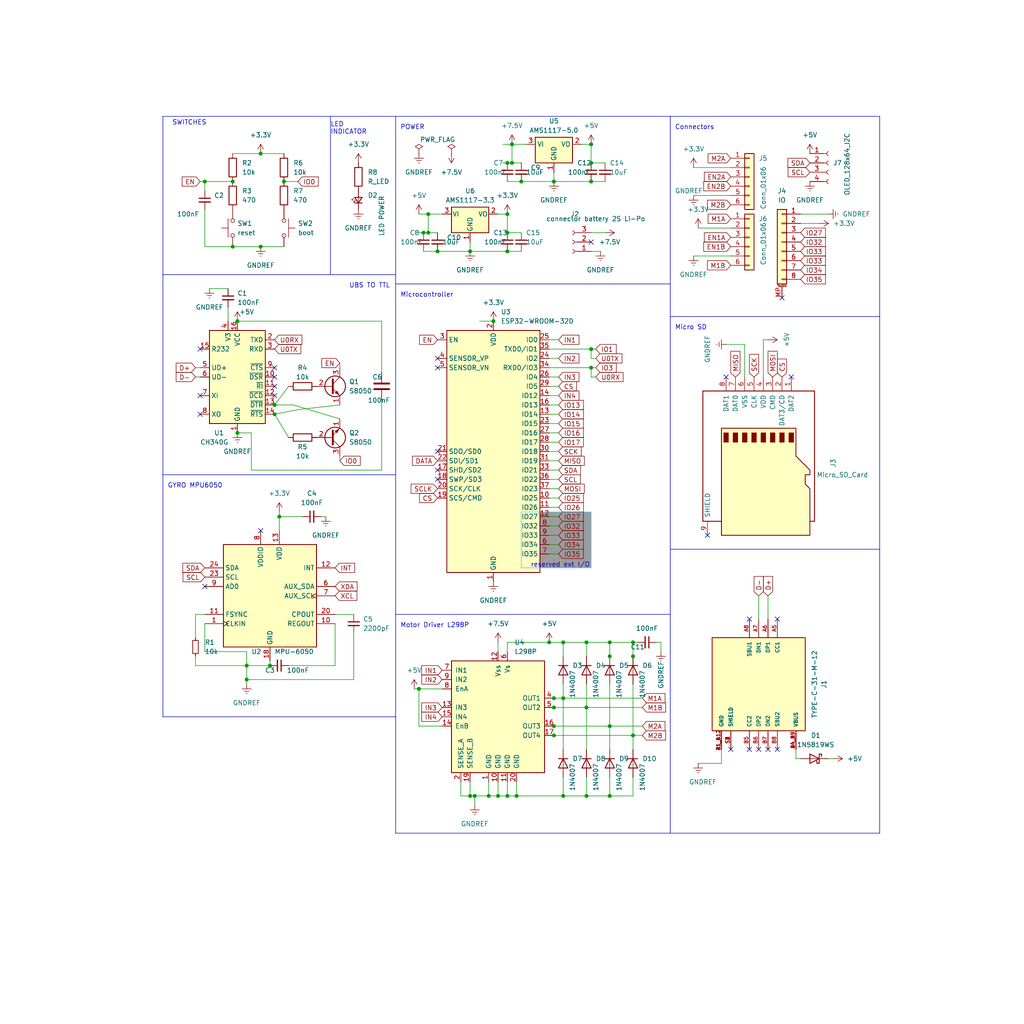
<source format=kicad_sch>
(kicad_sch (version 20230121) (generator eeschema)
  (paper "User" 279.4 279.4)
  (title_block (title "Schematic Masbrobot") (date "2023-05-31") (rev "0.1") (company "TRKB/FTMM/Universitas Airlangga") (comment 1 "Nara Atthama"))
  (junction (at 151.13 198.12))
  (junction (at 151.13 193.04))
  (junction (at 135.89 217.17))
  (junction (at 142.24 49.53))
  (junction (at 139.7 39.37))
  (junction (at 133.35 217.17))
  (junction (at 128.27 217.17))
  (junction (at 67.31 185.42))
  (junction (at 114.3 187.96))
  (junction (at 64.77 87.63))
  (junction (at 160.02 175.26))
  (junction (at 140.97 217.17))
  (junction (at 161.29 44.45))
  (junction (at 71.12 41.91))
  (junction (at 172.72 200.66))
  (junction (at 129.54 217.17))
  (junction (at 151.13 190.5))
  (junction (at 139.7 44.45))
  (junction (at 64.77 118.11))
  (junction (at 166.37 217.17))
  (junction (at 116.84 63.5))
  (junction (at 160.02 193.04))
  (junction (at 116.84 58.42))
  (junction (at 76.2 140.97))
  (junction (at 161.29 95.25))
  (junction (at 74.93 113.03))
  (junction (at 138.43 217.17))
  (junction (at 166.37 179.07))
  (junction (at 74.93 110.49))
  (junction (at 149.86 175.26))
  (junction (at 153.67 217.17))
  (junction (at 138.43 68.58))
  (junction (at 161.29 39.37))
  (junction (at 67.31 181.61))
  (junction (at 153.67 190.5))
  (junction (at 153.67 175.26))
  (junction (at 160.02 217.17))
  (junction (at 172.72 179.07))
  (junction (at 138.43 44.45))
  (junction (at 151.13 49.53))
  (junction (at 134.62 87.63))
  (junction (at 63.5 49.53))
  (junction (at 73.66 181.61))
  (junction (at 138.43 63.5))
  (junction (at 172.72 175.26))
  (junction (at 71.12 67.31))
  (junction (at 166.37 175.26))
  (junction (at 166.37 198.12))
  (junction (at 55.88 49.53))
  (junction (at 161.29 100.33))
  (junction (at 77.47 49.53))
  (junction (at 119.38 68.58))
  (junction (at 151.13 200.66))
  (junction (at 161.29 49.53))
  (junction (at 115.57 63.5))
  (junction (at 138.43 58.42))
  (junction (at 63.5 67.31))
  (junction (at 128.27 68.58))
  (no_connect (at 54.61 113.03))
  (no_connect (at 204.47 168.91))
  (no_connect (at 212.09 204.47))
  (no_connect (at 54.61 107.95))
  (no_connect (at 212.09 168.91))
  (no_connect (at 55.88 160.02))
  (no_connect (at 198.12 102.87))
  (no_connect (at 161.29 66.04))
  (no_connect (at 207.01 204.47))
  (no_connect (at 204.47 204.47))
  (no_connect (at 215.9 102.87))
  (no_connect (at 54.61 95.25))
  (no_connect (at 71.12 144.78))
  (no_connect (at 74.93 107.95))
  (no_connect (at 199.39 204.47))
  (no_connect (at 74.93 100.33))
  (no_connect (at 74.93 102.87))
  (no_connect (at 119.38 130.81))
  (no_connect (at 193.04 146.05))
  (no_connect (at 119.38 123.19))
  (no_connect (at 74.93 105.41))
  (no_connect (at 119.38 128.27))
  (no_connect (at 119.38 97.79))
  (no_connect (at 213.36 81.28))
  (no_connect (at 209.55 204.47))
  (no_connect (at 119.38 100.33))
  (wire (pts (xy 161.29 63.5) (xy 165.1 63.5)))
  (wire (pts (xy 55.88 170.18) (xy 55.88 177.8)))
  (wire (pts (xy 80.01 110.49) (xy 92.71 114.3)))
  (wire (pts (xy 54.61 49.53) (xy 55.88 49.53)))
  (wire (pts (xy 148.59 200.66) (xy 151.13 200.66)))
  (polyline (pts (xy 107.95 77.47) (xy 182.88 77.47)))
  (wire (pts (xy 114.3 63.5) (xy 115.57 63.5)))
  (wire (pts (xy 76.2 140.97) (xy 82.55 140.97)))
  (wire (pts (xy 81.28 111.76) (xy 92.71 110.49)))
  (polyline (pts (xy 44.45 74.93) (xy 44.45 129.54)))
  (wire (pts (xy 57.15 78.74) (xy 62.23 78.74)))
  (wire (pts (xy 161.29 100.33) (xy 162.56 100.33)))
  (polyline (pts (xy 240.03 149.86) (xy 182.88 149.86)))
  (wire (pts (xy 149.86 128.27) (xy 152.4 128.27)))
  (wire (pts (xy 161.29 49.53) (xy 151.13 49.53)))
  (wire (pts (xy 78.74 181.61) (xy 91.44 181.61)))
  (wire (pts (xy 149.86 123.19) (xy 152.4 123.19)))
  (wire (pts (xy 73.66 181.61) (xy 73.66 180.34)))
  (wire (pts (xy 175.26 198.12) (xy 166.37 198.12)))
  (wire (pts (xy 140.97 217.17) (xy 153.67 217.17)))
  (wire (pts (xy 153.67 190.5) (xy 153.67 204.47)))
  (wire (pts (xy 160.02 217.17) (xy 166.37 217.17)))
  (wire (pts (xy 133.35 217.17) (xy 129.54 217.17)))
  (wire (pts (xy 68.58 118.11) (xy 64.77 118.11)))
  (wire (pts (xy 92.71 99.06) (xy 92.71 100.33)))
  (wire (pts (xy 55.88 57.15) (xy 55.88 67.31)))
  (wire (pts (xy 149.86 115.57) (xy 152.4 115.57)))
  (wire (pts (xy 149.86 113.03) (xy 152.4 113.03)))
  (wire (pts (xy 209.55 162.56) (xy 209.55 168.91)))
  (wire (pts (xy 149.86 100.33) (xy 161.29 100.33)))
  (wire (pts (xy 104.14 87.63) (xy 104.14 101.6)))
  (polyline (pts (xy 182.88 167.64) (xy 182.88 77.47)))
  (polyline (pts (xy 240.03 86.36) (xy 182.88 86.36)))
  (wire (pts (xy 135.89 213.36) (xy 135.89 217.17)))
  (wire (pts (xy 153.67 175.26) (xy 149.86 175.26)))
  (wire (pts (xy 125.73 217.17) (xy 128.27 217.17)))
  (wire (pts (xy 149.86 140.97) (xy 152.4 140.97)))
  (wire (pts (xy 172.72 200.66) (xy 172.72 204.47)))
  (wire (pts (xy 153.67 175.26) (xy 153.67 179.07)))
  (wire (pts (xy 196.85 208.28) (xy 196.85 204.47)))
  (wire (pts (xy 153.67 186.69) (xy 153.67 190.5)))
  (polyline (pts (xy 182.88 31.75) (xy 240.03 31.75)))
  (wire (pts (xy 139.7 44.45) (xy 142.24 44.45)))
  (wire (pts (xy 149.86 143.51) (xy 152.4 143.51)))
  (wire (pts (xy 63.5 41.91) (xy 71.12 41.91)))
  (wire (pts (xy 190.5 208.28) (xy 196.85 208.28)))
  (wire (pts (xy 92.71 125.73) (xy 92.71 124.46)))
  (wire (pts (xy 135.89 58.42) (xy 138.43 58.42)))
  (wire (pts (xy 149.86 151.13) (xy 152.4 151.13)))
  (wire (pts (xy 138.43 49.53) (xy 142.24 49.53)))
  (wire (pts (xy 133.35 213.36) (xy 133.35 217.17)))
  (wire (pts (xy 128.27 66.04) (xy 128.27 68.58)))
  (wire (pts (xy 114.3 58.42) (xy 116.84 58.42)))
  (wire (pts (xy 199.39 45.72) (xy 189.23 45.72)))
  (wire (pts (xy 139.7 39.37) (xy 143.51 39.37)))
  (wire (pts (xy 54.61 100.33) (xy 53.34 100.33)))
  (wire (pts (xy 161.29 95.25) (xy 162.56 95.25)))
  (wire (pts (xy 63.5 67.31) (xy 71.12 67.31)))
  (wire (pts (xy 71.12 67.31) (xy 77.47 67.31)))
  (polyline (pts (xy 182.88 77.47) (xy 182.88 31.75)))
  (wire (pts (xy 203.2 93.98) (xy 198.12 93.98)))
  (wire (pts (xy 128.27 213.36) (xy 128.27 217.17)))
  (wire (pts (xy 96.52 172.72) (xy 96.52 185.42)))
  (wire (pts (xy 53.34 181.61) (xy 67.31 181.61)))
  (wire (pts (xy 172.72 212.09) (xy 172.72 217.17)))
  (wire (pts (xy 149.86 130.81) (xy 152.4 130.81)))
  (wire (pts (xy 114.3 187.96) (xy 120.65 187.96)))
  (wire (pts (xy 149.86 92.71) (xy 152.4 92.71)))
  (polyline (pts (xy 107.95 74.93) (xy 107.95 74.93)))
  (wire (pts (xy 175.26 193.04) (xy 160.02 193.04)))
  (polyline (pts (xy 107.95 129.54) (xy 107.95 74.93)))
  (polyline (pts (xy 44.45 31.75) (xy 44.45 74.93)))
  (wire (pts (xy 149.86 135.89) (xy 152.4 135.89)))
  (wire (pts (xy 160.02 193.04) (xy 160.02 204.47)))
  (wire (pts (xy 68.58 128.27) (xy 68.58 118.11)))
  (wire (pts (xy 137.16 39.37) (xy 139.7 39.37)))
  (wire (pts (xy 203.2 102.87) (xy 203.2 93.98)))
  (wire (pts (xy 151.13 46.99) (xy 151.13 49.53)))
  (wire (pts (xy 166.37 180.34) (xy 166.37 179.07)))
  (polyline (pts (xy 90.17 31.75) (xy 90.17 74.93)))
  (wire (pts (xy 76.2 140.97) (xy 76.2 144.78)))
  (wire (pts (xy 62.23 83.82) (xy 62.23 87.63)))
  (wire (pts (xy 54.61 102.87) (xy 53.34 102.87)))
  (wire (pts (xy 162.56 102.87) (xy 161.29 102.87)))
  (wire (pts (xy 53.34 179.07) (xy 53.34 181.61)))
  (wire (pts (xy 128.27 217.17) (xy 129.54 217.17)))
  (wire (pts (xy 116.84 63.5) (xy 119.38 63.5)))
  (wire (pts (xy 175.26 190.5) (xy 153.67 190.5)))
  (wire (pts (xy 161.29 49.53) (xy 165.1 49.53)))
  (polyline (pts (xy 44.45 74.93) (xy 44.45 74.93)))
  (wire (pts (xy 138.43 63.5) (xy 142.24 63.5)))
  (wire (pts (xy 172.72 200.66) (xy 175.26 200.66)))
  (wire (pts (xy 139.7 39.37) (xy 139.7 44.45)))
  (wire (pts (xy 138.43 68.58) (xy 128.27 68.58)))
  (wire (pts (xy 151.13 190.5) (xy 153.67 190.5)))
  (wire (pts (xy 160.02 186.69) (xy 160.02 193.04)))
  (wire (pts (xy 55.88 49.53) (xy 63.5 49.53)))
  (polyline (pts (xy 182.88 227.33) (xy 240.03 227.33)))
  (wire (pts (xy 115.57 63.5) (xy 116.84 63.5)))
  (wire (pts (xy 53.34 173.99) (xy 53.34 167.64)))
  (wire (pts (xy 149.86 97.79) (xy 152.4 97.79)))
  (wire (pts (xy 55.88 49.53) (xy 55.88 52.07)))
  (wire (pts (xy 189.23 53.34) (xy 199.39 53.34)))
  (polyline (pts (xy 44.45 129.54) (xy 107.95 129.54)))
  (wire (pts (xy 149.86 118.11) (xy 152.4 118.11)))
  (wire (pts (xy 172.72 180.34) (xy 172.72 179.07)))
  (wire (pts (xy 180.34 175.26) (xy 180.34 177.8)))
  (wire (pts (xy 217.17 204.47) (xy 217.17 207.01)))
  (wire (pts (xy 161.29 39.37) (xy 161.29 44.45)))
  (wire (pts (xy 172.72 175.26) (xy 173.99 175.26)))
  (wire (pts (xy 218.44 60.96) (xy 223.52 60.96)))
  (wire (pts (xy 86.36 105.41) (xy 85.09 105.41)))
  (polyline (pts (xy 240.03 86.36) (xy 240.03 149.86)))
  (polyline (pts (xy 240.03 31.75) (xy 240.03 86.36)))
  (wire (pts (xy 149.86 107.95) (xy 152.4 107.95)))
  (wire (pts (xy 64.77 87.63) (xy 104.14 87.63)))
  (wire (pts (xy 149.86 138.43) (xy 152.4 138.43)))
  (wire (pts (xy 114.3 198.12) (xy 114.3 187.96)))
  (wire (pts (xy 160.02 175.26) (xy 153.67 175.26)))
  (wire (pts (xy 78.74 119.38) (xy 74.93 113.03)))
  (wire (pts (xy 208.28 92.71) (xy 209.55 92.71)))
  (wire (pts (xy 78.74 105.41) (xy 74.93 110.49)))
  (wire (pts (xy 71.12 41.91) (xy 77.47 41.91)))
  (wire (pts (xy 116.84 58.42) (xy 116.84 63.5)))
  (wire (pts (xy 138.43 175.26) (xy 138.43 177.8)))
  (polyline (pts (xy 107.95 195.58) (xy 107.95 227.33)))
  (wire (pts (xy 172.72 175.26) (xy 166.37 175.26)))
  (wire (pts (xy 166.37 175.26) (xy 160.02 175.26)))
  (polyline (pts (xy 44.45 129.54) (xy 44.45 195.58)))
  (wire (pts (xy 53.34 167.64) (xy 55.88 167.64)))
  (wire (pts (xy 91.44 181.61) (xy 91.44 170.18)))
  (wire (pts (xy 160.02 175.26) (xy 160.02 179.07)))
  (wire (pts (xy 160.02 212.09) (xy 160.02 217.17)))
  (wire (pts (xy 96.52 185.42) (xy 67.31 185.42)))
  (wire (pts (xy 151.13 200.66) (xy 172.72 200.66)))
  (wire (pts (xy 138.43 213.36) (xy 138.43 217.17)))
  (wire (pts (xy 151.13 198.12) (xy 166.37 198.12)))
  (wire (pts (xy 140.97 213.36) (xy 140.97 217.17)))
  (wire (pts (xy 138.43 68.58) (xy 142.24 68.58)))
  (wire (pts (xy 166.37 198.12) (xy 166.37 204.47)))
  (wire (pts (xy 135.89 175.26) (xy 135.89 177.8)))
  (wire (pts (xy 104.14 109.22) (xy 104.14 128.27)))
  (wire (pts (xy 74.93 110.49) (xy 80.01 110.49)))
  (wire (pts (xy 161.29 44.45) (xy 165.1 44.45)))
  (wire (pts (xy 138.43 58.42) (xy 138.43 63.5)))
  (wire (pts (xy 149.86 102.87) (xy 152.4 102.87)))
  (polyline (pts (xy 182.88 31.75) (xy 107.95 31.75)))
  (wire (pts (xy 135.89 217.17) (xy 133.35 217.17)))
  (wire (pts (xy 149.86 125.73) (xy 152.4 125.73)))
  (wire (pts (xy 113.03 187.96) (xy 114.3 187.96)))
  (wire (pts (xy 153.67 217.17) (xy 160.02 217.17)))
  (wire (pts (xy 148.59 193.04) (xy 151.13 193.04)))
  (wire (pts (xy 148.59 198.12) (xy 151.13 198.12)))
  (wire (pts (xy 130.81 87.63) (xy 134.62 87.63)))
  (polyline (pts (xy 182.88 227.33) (xy 182.88 167.64)))
  (wire (pts (xy 138.43 217.17) (xy 140.97 217.17)))
  (wire (pts (xy 162.56 97.79) (xy 161.29 97.79)))
  (wire (pts (xy 158.75 39.37) (xy 161.29 39.37)))
  (wire (pts (xy 67.31 181.61) (xy 67.31 185.42)))
  (wire (pts (xy 190.5 62.23) (xy 199.39 62.23)))
  (wire (pts (xy 207.01 162.56) (xy 207.01 168.91)))
  (polyline (pts (xy 107.95 227.33) (xy 182.88 227.33)))
  (wire (pts (xy 67.31 185.42) (xy 67.31 186.69)))
  (wire (pts (xy 88.9 140.97) (xy 87.63 140.97)))
  (wire (pts (xy 55.88 67.31) (xy 63.5 67.31)))
  (wire (pts (xy 226.06 58.42) (xy 218.44 58.42)))
  (wire (pts (xy 149.86 105.41) (xy 152.4 105.41)))
  (wire (pts (xy 76.2 139.7) (xy 76.2 140.97)))
  (wire (pts (xy 151.13 193.04) (xy 160.02 193.04)))
  (wire (pts (xy 153.67 212.09) (xy 153.67 217.17)))
  (wire (pts (xy 77.47 49.53) (xy 81.28 49.53)))
  (wire (pts (xy 91.44 167.64) (xy 96.52 167.64)))
  (wire (pts (xy 138.43 44.45) (xy 139.7 44.45)))
  (wire (pts (xy 179.07 175.26) (xy 180.34 175.26)))
  (wire (pts (xy 149.86 95.25) (xy 161.29 95.25)))
  (wire (pts (xy 149.86 146.05) (xy 152.4 146.05)))
  (wire (pts (xy 149.86 148.59) (xy 152.4 148.59)))
  (wire (pts (xy 67.31 177.8) (xy 67.31 181.61)))
  (wire (pts (xy 125.73 217.17) (xy 125.73 213.36)))
  (wire (pts (xy 172.72 179.07) (xy 172.72 175.26)))
  (wire (pts (xy 149.86 110.49) (xy 152.4 110.49)))
  (wire (pts (xy 138.43 175.26) (xy 149.86 175.26)))
  (wire (pts (xy 115.57 68.58) (xy 119.38 68.58)))
  (wire (pts (xy 166.37 175.26) (xy 166.37 179.07)))
  (wire (pts (xy 138.43 217.17) (xy 135.89 217.17)))
  (wire (pts (xy 149.86 133.35) (xy 152.4 133.35)))
  (wire (pts (xy 67.31 181.61) (xy 73.66 181.61)))
  (wire (pts (xy 148.59 190.5) (xy 151.13 190.5)))
  (wire (pts (xy 149.86 120.65) (xy 152.4 120.65)))
  (polyline (pts (xy 44.45 74.93) (xy 107.95 74.93)))
  (wire (pts (xy 166.37 217.17) (xy 172.72 217.17)))
  (wire (pts (xy 172.72 186.69) (xy 172.72 200.66)))
  (wire (pts (xy 161.29 68.58) (xy 163.83 68.58)))
  (polyline (pts (xy 44.45 31.75) (xy 107.95 31.75)))
  (polyline (pts (xy 240.03 227.33) (xy 240.03 149.86)))
  (wire (pts (xy 55.88 177.8) (xy 67.31 177.8)))
  (wire (pts (xy 142.24 49.53) (xy 151.13 49.53)))
  (wire (pts (xy 166.37 186.69) (xy 166.37 198.12)))
  (wire (pts (xy 189.23 69.85) (xy 199.39 69.85)))
  (wire (pts (xy 129.54 219.71) (xy 129.54 217.17)))
  (wire (pts (xy 166.37 212.09) (xy 166.37 217.17)))
  (polyline (pts (xy 107.95 167.64) (xy 182.88 167.64)))
  (wire (pts (xy 217.17 207.01) (xy 218.44 207.01)))
  (wire (pts (xy 119.38 68.58) (xy 128.27 68.58)))
  (polyline (pts (xy 107.95 195.58) (xy 107.95 129.54)))
  (polyline (pts (xy 44.45 195.58) (xy 107.95 195.58)))
  (wire (pts (xy 116.84 58.42) (xy 120.65 58.42)))
  (wire (pts (xy 114.3 198.12) (xy 120.65 198.12)))
  (wire (pts (xy 104.14 128.27) (xy 68.58 128.27)))
  (wire (pts (xy 81.28 111.76) (xy 74.93 113.03)))
  (polyline (pts (xy 107.95 74.93) (xy 107.95 31.75)))
  (wire (pts (xy 161.29 100.33) (xy 161.29 102.87)))
  (wire (pts (xy 137.16 44.45) (xy 138.43 44.45)))
  (wire (pts (xy 161.29 97.79) (xy 161.29 95.25)))
  (wire (pts (xy 208.28 102.87) (xy 208.28 92.71)))
  (wire (pts (xy 86.36 119.38) (xy 85.09 119.38)))
  (wire (pts (xy 226.06 207.01) (xy 227.33 207.01)))
  (rectangle (start 142.24 139.7) (end 161.29 154.94) (stroke (width 0) (color 66 197 255 0.59)) (fill (type color) (color 91 91 91 0.6)))
  (text "POWER\n" (at 109.22 35.56 0) (effects (font (size 1.27 1.27)) (justify left bottom)))
  (text "Connectors\n" (at 184.15 35.56 0) (effects (font (size 1.27 1.27)) (justify left bottom)))
  (text "Microcontroller\n" (at 109.22 81.28 0) (effects (font (size 1.27 1.27)) (justify left bottom)))
  (text "GYRO MPU6050\n" (at 45.72 133.35 0) (effects (font (size 1.27 1.27)) (justify left bottom)))
  (text "LED \nINDICATOR\n" (at 90.17 36.83 0) (effects (font (size 1.27 1.27)) (justify left bottom)))
  (text "reserved ext I/O" (at 144.78 154.94 0) (effects (font (size 1.27 1.27)) (justify left bottom)))
  (text "Micro SD" (at 184.15 90.17 0) (effects (font (size 1.27 1.27)) (justify left bottom)))
  (text "Motor Driver L298P\n" (at 109.22 171.45 0) (effects (font (size 1.27 1.27)) (justify left bottom)))
  (text "UBS TO TTL" (at 95.25 78.74 0) (effects (font (size 1.27 1.27)) (justify left bottom)))
  (text "SWITCHES" (at 46.99 34.29 0) (effects (font (size 1.27 1.27)) (justify left bottom)))
  (global_label "IO15" (shape input) (at 152.4 115.57 0) (property "Intersheetrefs" "${INTERSHEET_REFS}" (effects hide)))
  (global_label "IO33" (shape input) (at 218.44 71.12 0) (property "Intersheetrefs" "${INTERSHEET_REFS}" (effects hide)))
  (global_label "IO33" (shape input) (at 218.44 68.58 0) (property "Intersheetrefs" "${INTERSHEET_REFS}" (effects hide)))
  (global_label "IO26" (shape input) (at 152.4 138.43 0) (property "Intersheetrefs" "${INTERSHEET_REFS}" (effects hide)))
  (global_label "U0TX" (shape input) (at 162.56 97.79 0) (property "Intersheetrefs" "${INTERSHEET_REFS}" (effects hide)))
  (global_label "IO25" (shape input) (at 152.4 135.89 0) (property "Intersheetrefs" "${INTERSHEET_REFS}" (effects hide)))
  (global_label "IO1" (shape input) (at 162.56 95.25 0) (property "Intersheetrefs" "${INTERSHEET_REFS}" (effects hide)))
  (global_label "EN1B" (shape input) (at 199.39 67.31 180) (property "Intersheetrefs" "${INTERSHEET_REFS}" (effects hide)))
  (global_label "MISO" (shape input) (at 152.4 125.73 0) (property "Intersheetrefs" "${INTERSHEET_REFS}" (effects hide)))
  (global_label "MOSI" (shape input) (at 210.82 102.87 90) (property "Intersheetrefs" "${INTERSHEET_REFS}" (effects hide)))
  (global_label "SCL" (shape input) (at 220.98 46.99 180) (property "Intersheetrefs" "${INTERSHEET_REFS}" (effects hide)))
  (global_label "IO27" (shape input) (at 152.4 140.97 0) (property "Intersheetrefs" "${INTERSHEET_REFS}" (effects hide)))
  (global_label "D-" (shape input) (at 207.01 162.56 90) (property "Intersheetrefs" "${INTERSHEET_REFS}" (effects hide)))
  (global_label "M2A" (shape input) (at 199.39 43.18 180) (property "Intersheetrefs" "${INTERSHEET_REFS}" (effects hide)))
  (global_label "U0RX" (shape input) (at 162.56 102.87 0) (property "Intersheetrefs" "${INTERSHEET_REFS}" (effects hide)))
  (global_label "IN1" (shape input) (at 152.4 92.71 0) (property "Intersheetrefs" "${INTERSHEET_REFS}" (effects hide)))
  (global_label "M2A" (shape input) (at 175.26 198.12 0) (property "Intersheetrefs" "${INTERSHEET_REFS}" (effects hide)))
  (global_label "IO35" (shape input) (at 218.44 76.2 0) (property "Intersheetrefs" "${INTERSHEET_REFS}" (effects hide)))
  (global_label "IO17" (shape input) (at 152.4 120.65 0) (property "Intersheetrefs" "${INTERSHEET_REFS}" (effects hide)))
  (global_label "D+" (shape input) (at 53.34 100.33 180) (property "Intersheetrefs" "${INTERSHEET_REFS}" (effects hide)))
  (global_label "M1A" (shape input) (at 199.39 59.69 180) (property "Intersheetrefs" "${INTERSHEET_REFS}" (effects hide)))
  (global_label "IN2" (shape input) (at 120.65 185.42 180) (property "Intersheetrefs" "${INTERSHEET_REFS}" (effects hide)))
  (global_label "U0RX" (shape input) (at 74.93 92.71 0) (property "Intersheetrefs" "${INTERSHEET_REFS}" (effects hide)))
  (global_label "SDA" (shape input) (at 152.4 128.27 0) (property "Intersheetrefs" "${INTERSHEET_REFS}" (effects hide)))
  (global_label "SCK" (shape input) (at 205.74 102.87 90) (property "Intersheetrefs" "${INTERSHEET_REFS}" (effects hide)))
  (global_label "IO35" (shape input) (at 152.4 151.13 0) (property "Intersheetrefs" "${INTERSHEET_REFS}" (effects hide)))
  (global_label "IO3" (shape input) (at 162.56 100.33 0) (property "Intersheetrefs" "${INTERSHEET_REFS}" (effects hide)))
  (global_label "SCLK" (shape input) (at 119.38 133.35 180) (property "Intersheetrefs" "${INTERSHEET_REFS}" (effects hide)))
  (global_label "EN" (shape input) (at 92.71 99.06 180) (property "Intersheetrefs" "${INTERSHEET_REFS}" (effects hide)))
  (global_label "IO32" (shape input) (at 218.44 66.04 0) (property "Intersheetrefs" "${INTERSHEET_REFS}" (effects hide)))
  (global_label "CS" (shape input) (at 213.36 102.87 90) (property "Intersheetrefs" "${INTERSHEET_REFS}" (effects hide)))
  (global_label "SCL" (shape input) (at 152.4 130.81 0) (property "Intersheetrefs" "${INTERSHEET_REFS}" (effects hide)))
  (global_label "IO33" (shape input) (at 152.4 146.05 0) (property "Intersheetrefs" "${INTERSHEET_REFS}" (effects hide)))
  (global_label "IO0" (shape input) (at 81.28 49.53 0) (property "Intersheetrefs" "${INTERSHEET_REFS}" (effects hide)))
  (global_label "D+" (shape input) (at 209.55 162.56 90) (property "Intersheetrefs" "${INTERSHEET_REFS}" (effects hide)))
  (global_label "IO27" (shape input) (at 218.44 63.5 0) (property "Intersheetrefs" "${INTERSHEET_REFS}" (effects hide)))
  (global_label "IO32" (shape input) (at 152.4 143.51 0) (property "Intersheetrefs" "${INTERSHEET_REFS}" (effects hide)))
  (global_label "XCL" (shape input) (at 91.44 162.56 0) (property "Intersheetrefs" "${INTERSHEET_REFS}" (effects hide)))
  (global_label "M1B" (shape input) (at 175.26 193.04 0) (property "Intersheetrefs" "${INTERSHEET_REFS}" (effects hide)))
  (global_label "M1A" (shape input) (at 175.26 190.5 0) (property "Intersheetrefs" "${INTERSHEET_REFS}" (effects hide)))
  (global_label "IN1" (shape input) (at 120.65 182.88 180) (property "Intersheetrefs" "${INTERSHEET_REFS}" (effects hide)))
  (global_label "D-" (shape input) (at 53.34 102.87 180) (property "Intersheetrefs" "${INTERSHEET_REFS}" (effects hide)))
  (global_label "EN1A" (shape input) (at 199.39 64.77 180) (property "Intersheetrefs" "${INTERSHEET_REFS}" (effects hide)))
  (global_label "XDA" (shape input) (at 91.44 160.02 0) (property "Intersheetrefs" "${INTERSHEET_REFS}" (effects hide)))
  (global_label "IO34" (shape input) (at 218.44 73.66 0) (property "Intersheetrefs" "${INTERSHEET_REFS}" (effects hide)))
  (global_label "SDA" (shape input) (at 55.88 154.94 180) (property "Intersheetrefs" "${INTERSHEET_REFS}" (effects hide)))
  (global_label "U0TX" (shape input) (at 74.93 95.25 0) (property "Intersheetrefs" "${INTERSHEET_REFS}" (effects hide)))
  (global_label "M1B" (shape input) (at 199.39 72.39 180) (property "Intersheetrefs" "${INTERSHEET_REFS}" (effects hide)))
  (global_label "IN3" (shape input) (at 120.65 193.04 180) (property "Intersheetrefs" "${INTERSHEET_REFS}" (effects hide)))
  (global_label "M2B" (shape input) (at 199.39 55.88 180) (property "Intersheetrefs" "${INTERSHEET_REFS}" (effects hide)))
  (global_label "M2B" (shape input) (at 175.26 200.66 0) (property "Intersheetrefs" "${INTERSHEET_REFS}" (effects hide)))
  (global_label "MOSI" (shape input) (at 152.4 133.35 0) (property "Intersheetrefs" "${INTERSHEET_REFS}" (effects hide)))
  (global_label "CS" (shape input) (at 119.38 135.89 180) (property "Intersheetrefs" "${INTERSHEET_REFS}" (effects hide)))
  (global_label "IO13" (shape input) (at 152.4 110.49 0) (property "Intersheetrefs" "${INTERSHEET_REFS}" (effects hide)))
  (global_label "IO16" (shape input) (at 152.4 118.11 0) (property "Intersheetrefs" "${INTERSHEET_REFS}" (effects hide)))
  (global_label "CS" (shape input) (at 152.4 105.41 0) (property "Intersheetrefs" "${INTERSHEET_REFS}" (effects hide)))
  (global_label "IO14" (shape input) (at 152.4 113.03 0) (property "Intersheetrefs" "${INTERSHEET_REFS}" (effects hide)))
  (global_label "SCL" (shape input) (at 55.88 157.48 180) (property "Intersheetrefs" "${INTERSHEET_REFS}" (effects hide)))
  (global_label "EN2B" (shape input) (at 199.39 50.8 180) (property "Intersheetrefs" "${INTERSHEET_REFS}" (effects hide)))
  (global_label "MISO" (shape input) (at 200.66 102.87 90) (property "Intersheetrefs" "${INTERSHEET_REFS}" (effects hide)))
  (global_label "IN4" (shape input) (at 120.65 195.58 180) (property "Intersheetrefs" "${INTERSHEET_REFS}" (effects hide)))
  (global_label "SCK" (shape input) (at 152.4 123.19 0) (property "Intersheetrefs" "${INTERSHEET_REFS}" (effects hide)))
  (global_label "EN2A" (shape input) (at 199.39 48.26 180) (property "Intersheetrefs" "${INTERSHEET_REFS}" (effects hide)))
  (global_label "INT" (shape input) (at 91.44 154.94 0) (property "Intersheetrefs" "${INTERSHEET_REFS}" (effects hide)))
  (global_label "IN4" (shape input) (at 152.4 107.95 0) (property "Intersheetrefs" "${INTERSHEET_REFS}" (effects hide)))
  (global_label "IO0" (shape input) (at 92.71 125.73 0) (property "Intersheetrefs" "${INTERSHEET_REFS}" (effects hide)))
  (global_label "DATA" (shape input) (at 119.38 125.73 180) (property "Intersheetrefs" "${INTERSHEET_REFS}" (effects hide)))
  (global_label "EN" (shape input) (at 119.38 92.71 180) (property "Intersheetrefs" "${INTERSHEET_REFS}" (effects hide)))
  (global_label "EN" (shape input) (at 54.61 49.53 180) (property "Intersheetrefs" "${INTERSHEET_REFS}" (effects hide)))
  (global_label "SDA" (shape input) (at 220.98 44.45 180) (property "Intersheetrefs" "${INTERSHEET_REFS}" (effects hide)))
  (global_label "IO34" (shape input) (at 152.4 148.59 0) (property "Intersheetrefs" "${INTERSHEET_REFS}" (effects hide)))
  (global_label "IN2" (shape input) (at 152.4 97.79 0) (property "Intersheetrefs" "${INTERSHEET_REFS}" (effects hide)))
  (global_label "IN3" (shape input) (at 152.4 102.87 0) (property "Intersheetrefs" "${INTERSHEET_REFS}" (effects hide)))
  (symbol (lib_id "Device:R") (at 77.47 53.34 0) (unit 1)
    (property "Reference" "R7" (at 80.01 52.0699 0) (effects (justify left)))
    (property "Value" "470" (at 80.01 54.6099 0) (effects (justify left)))
    (property "Footprint" "Resistor_SMD:R_1206_3216Metric" (effects hide))
  )
  (symbol (lib_id "Connector:Conn_01x03_Socket") (at 156.21 66.04 180) (unit 1)
    (property "Reference" "J2" (at 156.845 58.42 0))
    (property "Value" "connector battery 2S Li-Po" (at 162.56 59.69 0))
    (property "Footprint" "Connector_JST:JST_XH_S3B-XH-A-1_1x03_P2.50mm_Horizontal" (effects hide))
  )
  (symbol (lib_id "Device:R") (at 82.55 119.38 90) (unit 1)
    (property "Reference" "R5" (at 82.55 121.92 90))
    (property "Value" "10k" (at 82.55 124.46 90))
    (property "Footprint" "Resistor_SMD:R_0805_2012Metric" (effects hide))
  )
  (symbol (lib_id "power:+3.3V") (at 71.12 41.91 0) (unit 1)
    (property "Reference" "#PWR07" (effects hide))
    (property "Value" "+3.3V" (at 71.12 36.83 0))
  )
  (symbol (lib_id "power:+3.3V") (at 134.62 87.63 0) (unit 1)
    (property "Reference" "#PWR015" (effects hide))
    (property "Value" "+3.3V" (at 134.62 82.55 0))
  )
  (symbol (lib_id "Device:C_Small") (at 76.2 181.61 270) (unit 1)
    (property "Reference" "C3" (at 73.66 182.88 90))
    (property "Value" "100nF" (at 81.28 182.88 90))
    (property "Footprint" "Capacitor_SMD:C_0805_2012Metric" (effects hide))
  )
  (symbol (lib_id "power:+5V") (at 64.77 87.63 0) (unit 1)
    (property "Reference" "#PWR03" (effects hide))
    (property "Value" "+5V" (at 67.31 85.09 0))
  )
  (symbol (lib_id "power:+7.5V") (at 123.19 41.91 180) (unit 1)
    (property "Reference" "#PWR019" (effects hide))
    (property "Value" "+7.5V" (at 123.19 46.99 0))
  )
  (symbol (lib_name "GNDREF_2") (lib_id "power:GNDREF") (at 189.23 69.85 0) (unit 1)
    (property "Reference" "#PWR033" (effects hide))
    (property "Value" "GNDREF" (at 189.23 74.93 0))
  )
  (symbol (lib_id "Diode:1N4007") (at 160.02 182.88 270) (unit 1)
    (property "Reference" "D4" (at 162.56 181.61 90) (effects (justify left)))
    (property "Value" "1N4007" (at 162.56 182.88 0) (effects (justify left)))
    (property "Footprint" "Diode_SMD:D_0201_0603Metric" (effects hide))
    (property "Datasheet" "http://www.vishay.com/docs/88503/1n4001.pdf" (effects hide))
    (property "Sim.Device" "D" (effects hide))
    (property "Sim.Pins" "1=K 2=A" (effects hide))
  )
  (symbol (lib_id "Connector_Generic_MountingPin:Conn_01x08_MountingPin") (at 213.36 66.04 0) (mirror y) (unit 1)
    (property "Reference" "J4" (at 213.36 52.07 0))
    (property "Value" "IO" (at 213.36 54.61 0))
    (property "Footprint" "Connector_PinHeader_1.27mm:PinHeader_1x08_P1.27mm_Horizontal" (effects hide))
  )
  (symbol (lib_id "power:GNDREF") (at 180.34 177.8 0) (unit 1)
    (property "Reference" "#PWR027" (effects hide))
    (property "Value" "GNDREF" (at 180.34 184.15 90))
  )
  (symbol (lib_name "GNDREF_2") (lib_id "power:GNDREF") (at 114.3 41.91 0) (unit 1)
    (property "Reference" "#PWR017" (effects hide))
    (property "Value" "GNDREF" (at 114.3 46.99 0))
  )
  (symbol (lib_id "Connector:Micro_SD_Card") (at 208.28 125.73 270) (unit 1)
    (property "Reference" "J3" (at 227.33 126.365 0))
    (property "Value" "Micro_SD_Card" (at 229.87 129.54 90))
    (property "Footprint" "Connector_Card:microSD_HC_Hirose_DM3BT-DSF-PEJS" (effects hide))
    (property "Datasheet" "http://katalog.we-online.de/em/datasheet/693072010801.pdf" (effects hide))
  )
  (symbol (lib_id "Connector_Generic:Conn_01x06") (at 204.47 64.77 0) (unit 1)
    (property "Reference" "J6" (at 207.01 59.69 0) (effects (justify left)))
    (property "Value" "Conn_01x06" (at 208.28 72.39 90) (effects (justify left)))
    (property "Footprint" "Connector_JST:JST_GH_BM06B-GHS-TBT_1x06-1MP_P1.25mm_Vertical" (effects hide))
  )
  (symbol (lib_id "power:+7.5V") (at 165.1 63.5 270) (unit 1)
    (property "Reference" "#PWR021" (effects hide))
    (property "Value" "+7.5V" (at 166.37 66.04 90))
  )
  (symbol (lib_id "Device:C_Small") (at 161.29 46.99 0) (unit 1)
    (property "Reference" "C12" (at 157.48 44.45 0) (effects (justify left)))
    (property "Value" "100nF" (at 154.94 46.99 0) (effects (justify left)))
    (property "Footprint" "Capacitor_SMD:C_0805_2012Metric" (effects hide))
  )
  (symbol (lib_id "power:GNDREF") (at 88.9 140.97 0) (unit 1)
    (property "Reference" "#PWR09" (effects hide))
    (property "Value" "GNDREF" (at 88.9 146.05 0))
  )
  (symbol (lib_id "Device:C_Small") (at 176.53 175.26 270) (unit 1)
    (property "Reference" "C11" (at 173.99 176.53 90))
    (property "Value" "100nF" (at 176.53 171.45 90))
    (property "Footprint" "Capacitor_SMD:C_0805_2012Metric" (effects hide))
  )
  (symbol (lib_id "Diode:1N4007") (at 166.37 182.88 270) (unit 1)
    (property "Reference" "D5" (at 168.91 181.61 90) (effects (justify left)))
    (property "Value" "1N4007" (at 168.91 182.88 0) (effects (justify left)))
    (property "Footprint" "Diode_SMD:D_0201_0603Metric" (effects hide))
    (property "Datasheet" "http://www.vishay.com/docs/88503/1n4001.pdf" (effects hide))
    (property "Sim.Device" "D" (effects hide))
    (property "Sim.Pins" "1=K 2=A" (effects hide))
  )
  (symbol (lib_name "+3.3V_2") (lib_id "power:+3.3V") (at 190.5 62.23 0) (unit 1)
    (property "Reference" "#PWR035" (effects hide))
    (property "Value" "+3.3V" (at 190.5 57.15 0))
  )
  (symbol (lib_id "power:+5V") (at 114.3 58.42 0) (unit 1)
    (property "Reference" "#PWR023" (effects hide))
    (property "Value" "+5V" (at 114.3 53.34 0))
  )
  (symbol (lib_id "Device:C_Small") (at 138.43 46.99 0) (unit 1)
    (property "Reference" "C7" (at 134.62 44.45 0) (effects (justify left)))
    (property "Value" "100nF" (at 132.08 46.99 0) (effects (justify left)))
    (property "Footprint" "Capacitor_SMD:C_0805_2012Metric" (effects hide))
  )
  (symbol (lib_name "+3.3V_1") (lib_id "power:+3.3V") (at 189.23 45.72 0) (unit 1)
    (property "Reference" "#PWR034" (effects hide))
    (property "Value" "+3.3V" (at 189.23 40.64 0))
  )
  (symbol (lib_id "Transistor_BJT:S8050") (at 90.17 105.41 0) (unit 1)
    (property "Reference" "Q1" (at 95.25 104.1399 0) (effects (justify left)))
    (property "Value" "S8050" (at 95.25 106.6799 0) (effects (justify left)))
    (property "Footprint" "Package_TO_SOT_THT:TO-92_Inline" (effects hide))
    (property "Datasheet" "http://www.unisonic.com.tw/datasheet/S8050.pdf" (effects hide))
  )
  (symbol (lib_id "Driver_Motor:L298P") (at 135.89 195.58 0) (unit 1)
    (property "Reference" "U4" (at 140.3859 175.26 0) (effects (justify left)))
    (property "Value" "L298P" (at 140.3859 177.8 0) (effects (justify left)))
    (property "Footprint" "L298P:SOIC127P1420X360-20N" (effects hide))
    (property "Datasheet" "http://www.st.com/st-web-ui/static/active/en/resource/technical/document/datasheet/CD00000240.pdf" (effects hide))
  )
  (symbol (lib_id "Diode:1N4007") (at 153.67 182.88 270) (unit 1)
    (property "Reference" "D3" (at 156.21 181.61 90) (effects (justify left)))
    (property "Value" "1N4007" (at 156.21 182.88 0) (effects (justify left)))
    (property "Footprint" "Diode_SMD:D_0201_0603Metric" (effects hide))
    (property "Datasheet" "http://www.vishay.com/docs/88503/1n4001.pdf" (effects hide))
    (property "Sim.Device" "D" (effects hide))
    (property "Sim.Pins" "1=K 2=A" (effects hide))
  )
  (symbol (lib_name "GNDREF_1") (lib_id "power:GNDREF") (at 198.12 93.98 270) (unit 1)
    (property "Reference" "#PWR029" (effects hide))
    (property "Value" "GNDREF" (at 193.04 95.25 0))
  )
  (symbol (lib_id "power:GNDREF") (at 190.5 208.28 0) (unit 1)
    (property "Reference" "#PWR02" (effects hide))
    (property "Value" "GNDREF" (at 191.77 213.36 0))
  )
  (symbol (lib_id "Switch:SW_Push") (at 63.5 62.23 90) (unit 1)
    (property "Reference" "SW1" (at 64.77 60.9599 90) (effects (justify right)))
    (property "Value" "reset" (at 64.77 63.4999 90) (effects (justify right)))
    (property "Footprint" "Button_Switch_SMD:SW_Tactile_SPST_NO_Straight_CK_PTS636Sx25SMTRLFS" (effects hide))
  )
  (symbol (lib_id "Device:R") (at 82.55 105.41 90) (unit 1)
    (property "Reference" "R4" (at 82.55 100.33 90))
    (property "Value" "10k" (at 82.55 102.87 90))
    (property "Footprint" "Resistor_SMD:R_0805_2012Metric" (effects hide))
  )
  (symbol (lib_id "power:+5V") (at 227.33 207.01 270) (unit 1)
    (property "Reference" "#PWR010" (effects hide))
    (property "Value" "+5V" (at 231.14 207.01 90) (effects (justify left)))
  )
  (symbol (lib_name "GNDREF_2") (lib_id "power:GNDREF") (at 189.23 53.34 0) (unit 1)
    (property "Reference" "#PWR032" (effects hide))
    (property "Value" "GNDREF" (at 187.96 52.07 0))
  )
  (symbol (lib_id "Device:R") (at 63.5 45.72 0) (unit 1)
    (property "Reference" "R2" (at 66.04 44.4499 0) (effects (justify left)))
    (property "Value" "10k" (at 66.04 46.9899 0) (effects (justify left)))
    (property "Footprint" "Resistor_SMD:R_1206_3216Metric" (effects hide))
  )
  (symbol (lib_name "+5V_2") (lib_id "power:+5V") (at 161.29 39.37 0) (unit 1)
    (property "Reference" "#PWR030" (effects hide))
    (property "Value" "+5V" (at 161.29 34.29 0))
  )
  (symbol (lib_id "Diode:1N4007") (at 172.72 182.88 270) (unit 1)
    (property "Reference" "D6" (at 175.26 181.61 90) (effects (justify left)))
    (property "Value" "1N4007" (at 175.26 182.88 0) (effects (justify left)))
    (property "Footprint" "Diode_SMD:D_0201_0603Metric" (effects hide))
    (property "Datasheet" "http://www.vishay.com/docs/88503/1n4001.pdf" (effects hide))
    (property "Sim.Device" "D" (effects hide))
    (property "Sim.Pins" "1=K 2=A" (effects hide))
  )
  (symbol (lib_id "power:+7.5V") (at 135.89 175.26 0) (unit 1)
    (property "Reference" "#PWR018" (effects hide))
    (property "Value" "+7.5V" (at 135.89 170.18 0))
  )
  (symbol (lib_id "power:GNDREF") (at 134.62 158.75 0) (unit 1)
    (property "Reference" "#PWR016" (effects hide))
    (property "Value" "GNDREF" (at 134.62 163.83 0))
  )
  (symbol (lib_id "power:+5V") (at 113.03 187.96 0) (unit 1)
    (property "Reference" "#PWR013" (effects hide))
    (property "Value" "+5V" (at 113.03 182.88 0))
  )
  (symbol (lib_id "power:GNDREF") (at 151.13 49.53 0) (unit 1)
    (property "Reference" "#PWR025" (effects hide))
    (property "Value" "GNDREF" (at 151.13 54.61 0))
  )
  (symbol (lib_id "Device:R") (at 97.79 48.26 0) (unit 1)
    (property "Reference" "R8" (at 100.33 46.99 0) (effects (justify left)))
    (property "Value" "R_LED" (at 100.33 49.53 0) (effects (justify left)))
    (property "Footprint" "Resistor_SMD:R_0402_1005Metric" (effects hide))
  )
  (symbol (lib_id "Device:C_Small") (at 138.43 66.04 0) (unit 1)
    (property "Reference" "C13" (at 134.62 63.5 0) (effects (justify left)))
    (property "Value" "100nF" (at 132.08 66.04 0) (effects (justify left)))
    (property "Footprint" "Capacitor_SMD:C_0805_2012Metric" (effects hide))
  )
  (symbol (lib_id "power:PWR_FLAG") (at 114.3 41.91 0) (unit 1)
    (property "Reference" "#FLG01" (effects hide))
    (property "Value" "PWR_FLAG" (effects hide))
  )
  (symbol (lib_id "Device:C_Small") (at 96.52 170.18 0) (unit 1)
    (property "Reference" "C5" (at 99.06 168.9162 0) (effects (justify left)))
    (property "Value" "2200pF" (at 99.06 171.4562 0) (effects (justify left)))
    (property "Footprint" "Capacitor_SMD:C_0805_2012Metric" (effects hide))
  )
  (symbol (lib_id "Device:C_Small") (at 142.24 66.04 0) (unit 1)
    (property "Reference" "C15" (at 143.51 63.5 0) (effects (justify left)))
    (property "Value" "10uF" (at 143.51 66.04 0) (effects (justify left)))
    (property "Footprint" "Capacitor_SMD:C_0201_0603Metric" (effects hide))
    (property "Sim.Enable" "0" (effects hide))
  )
  (symbol (lib_id "power:+7.5V") (at 139.7 39.37 0) (unit 1)
    (property "Reference" "#PWR024" (effects hide))
    (property "Value" "+7.5V" (at 139.7 34.29 0))
  )
  (symbol (lib_id "power:PWR_FLAG") (at 123.19 41.91 0) (unit 1)
    (property "Reference" "#FLG02" (effects hide))
    (property "Value" "PWR_FLAG" (at 119.38 38.1 0))
  )
  (symbol (lib_id "Sensor_Motion:MPU-6050") (at 73.66 162.56 0) (unit 1)
    (property "Reference" "U2" (at 68.58 177.8 0) (effects (justify left)))
    (property "Value" "MPU-6050" (at 74.93 177.8 0) (effects (justify left)))
    (property "Footprint" "Sensor_Motion:InvenSense_QFN-24_4x4mm_P0.5mm" (effects hide))
    (property "Datasheet" "https://store.invensense.com/datasheets/invensense/MPU-6050_DataSheet_V3%204.pdf" (effects hide))
  )
  (symbol (lib_id "Connector_Generic:Conn_01x06") (at 204.47 48.26 0) (unit 1)
    (property "Reference" "J5" (at 207.01 43.18 0) (effects (justify left)))
    (property "Value" "Conn_01x06" (at 208.28 57.15 90) (effects (justify left)))
    (property "Footprint" "Connector_JST:JST_GH_BM06B-GHS-TBT_1x06-1MP_P1.25mm_Vertical" (effects hide))
  )
  (symbol (lib_id "power:GNDREF") (at 71.12 67.31 0) (unit 1)
    (property "Reference" "#PWR08" (effects hide))
    (property "Value" "GNDREF" (at 71.12 72.39 0))
  )
  (symbol (lib_id "Diode:1N4007") (at 160.02 208.28 270) (unit 1)
    (property "Reference" "D8" (at 162.56 207.01 90) (effects (justify left)))
    (property "Value" "1N4007" (at 162.56 208.28 0) (effects (justify left)))
    (property "Footprint" "Diode_SMD:D_0201_0603Metric" (effects hide))
    (property "Datasheet" "http://www.vishay.com/docs/88503/1n4001.pdf" (effects hide))
    (property "Sim.Device" "D" (effects hide))
    (property "Sim.Pins" "1=K 2=A" (effects hide))
  )
  (symbol (lib_id "Device:C_Small") (at 85.09 140.97 90) (unit 1)
    (property "Reference" "C4" (at 85.0963 134.62 90))
    (property "Value" "100nF" (at 85.0963 137.16 90))
    (property "Footprint" "Capacitor_SMD:C_0805_2012Metric" (effects hide))
  )
  (symbol (lib_id "power:GNDREF") (at 67.31 186.69 0) (unit 1)
    (property "Reference" "#PWR05" (effects hide))
    (property "Value" "GNDREF" (at 67.31 191.77 0))
  )
  (symbol (lib_id "power:GNDREF") (at 128.27 68.58 0) (unit 1)
    (property "Reference" "#PWR026" (effects hide))
    (property "Value" "GNDREF" (at 128.27 73.66 0))
  )
  (symbol (lib_id "Transistor_BJT:S8050") (at 90.17 119.38 0) (mirror x) (unit 1)
    (property "Reference" "Q2" (at 95.25 118.1099 0) (effects (justify left)))
    (property "Value" "S8050" (at 95.25 120.6499 0) (effects (justify left)))
    (property "Footprint" "Package_TO_SOT_THT:TO-92_Inline" (effects hide))
    (property "Datasheet" "http://www.unisonic.com.tw/datasheet/S8050.pdf" (effects hide))
  )
  (symbol (lib_id "power:+3.3V") (at 76.2 139.7 0) (unit 1)
    (property "Reference" "#PWR06" (effects hide))
    (property "Value" "+3.3V" (at 76.2 134.62 0))
  )
  (symbol (lib_id "Diode:1N4007") (at 172.72 208.28 270) (unit 1)
    (property "Reference" "D10" (at 175.26 207.01 90) (effects (justify left)))
    (property "Value" "1N4007" (at 175.26 208.28 0) (effects (justify left)))
    (property "Footprint" "Diode_SMD:D_0201_0603Metric" (effects hide))
    (property "Datasheet" "http://www.vishay.com/docs/88503/1n4001.pdf" (effects hide))
    (property "Sim.Device" "D" (effects hide))
    (property "Sim.Pins" "1=K 2=A" (effects hide))
  )
  (symbol (lib_name "GNDREF_3") (lib_id "power:GNDREF") (at 220.98 49.53 0) (unit 1)
    (property "Reference" "#PWR039" (effects hide))
    (property "Value" "GNDREF" (at 220.98 54.61 0))
  )
  (symbol (lib_id "Device:R_Small") (at 53.34 176.53 0) (unit 1)
    (property "Reference" "R1" (at 55.88 175.2599 0) (effects (justify left)))
    (property "Value" "10k" (at 55.88 177.7999 0) (effects (justify left)))
    (property "Footprint" "Resistor_SMD:R_0805_2012Metric" (effects hide))
  )
  (symbol (lib_id "Device:C_Small") (at 142.24 46.99 0) (unit 1)
    (property "Reference" "C9" (at 144.78 45.7262 0) (effects (justify left)))
    (property "Value" "10uF" (at 143.51 46.99 0) (effects (justify left)))
    (property "Footprint" "Capacitor_SMD:C_0201_0603Metric" (effects hide))
  )
  (symbol (lib_name "+3.3V_4") (lib_id "power:+3.3V") (at 223.52 60.96 270) (unit 1)
    (property "Reference" "#PWR036" (effects hide))
    (property "Value" "+3.3V" (at 227.33 60.96 90) (effects (justify left)))
  )
  (symbol (lib_id "Diode:1N4007") (at 166.37 208.28 270) (unit 1)
    (property "Reference" "D9" (at 168.91 207.01 90) (effects (justify left)))
    (property "Value" "1N4007" (at 168.91 208.28 0) (effects (justify left)))
    (property "Footprint" "Diode_SMD:D_0201_0603Metric" (effects hide))
    (property "Datasheet" "http://www.vishay.com/docs/88503/1n4001.pdf" (effects hide))
    (property "Sim.Device" "D" (effects hide))
    (property "Sim.Pins" "1=K 2=A" (effects hide))
  )
  (symbol (lib_id "Connector:Conn_01x04_Socket") (at 226.06 44.45 0) (unit 1)
    (property "Reference" "J7" (at 227.33 44.45 0) (effects (justify left)))
    (property "Value" "OLED_128x64_I2C" (at 231.14 53.34 90) (effects (justify left)))
    (property "Footprint" "Connector_JST:JST_GH_BM04B-GHS-TBT_1x04-1MP_P1.25mm_Vertical" (effects hide))
  )
  (symbol (lib_name "GNDREF_2") (lib_id "power:GNDREF") (at 129.54 219.71 0) (unit 1)
    (property "Reference" "#PWR014" (effects hide))
    (property "Value" "GNDREF" (at 129.54 224.79 0))
  )
  (symbol (lib_id "Device:C_Small") (at 55.88 54.61 0) (unit 1)
    (property "Reference" "C2" (at 58.42 53.3462 0) (effects (justify left)))
    (property "Value" "100nF" (at 48.26 58.42 0) (effects (justify left)))
    (property "Footprint" "Capacitor_SMD:C_0805_2012Metric" (effects hide))
  )
  (symbol (lib_id "TYPE-C-31-M-12:TYPE-C-31-M-12") (at 207.01 186.69 270) (unit 1)
    (property "Reference" "J1" (at 224.79 186.69 0))
    (property "Value" "TYPE-C-31-M-12" (at 222.25 186.69 0))
    (property "Footprint" "TYPE-C-31-M-12:HRO_TYPE-C-31-M-12" (effects hide))
    (property "PARTREV" "2020.12.08" (effects hide))
    (property "MANUFACTURER" "HRO Electronics Co., Ltd." (effects hide))
    (property "SNAPEDA_PN" "TYPE-C-31-M-12" (effects hide))
    (property "MAXIMUM_PACKAGE_HEIGHT" "3.26 mm" (effects hide))
    (property "STANDARD" "Manufacturer Recommendations" (effects hide))
  )
  (symbol (lib_id "Device:C_Small") (at 119.38 66.04 0) (unit 1)
    (property "Reference" "C10" (at 121.92 64.7762 0) (effects (justify left)))
    (property "Value" "10uF" (at 120.65 66.04 0) (effects (justify left)))
    (property "Footprint" "Capacitor_SMD:C_0201_0603Metric" (effects hide))
  )
  (symbol (lib_id "Regulator_Linear:AMS1117-3.3") (at 128.27 58.42 0) (unit 1)
    (property "Reference" "U6" (at 128.27 52.07 0))
    (property "Value" "AMS1117-3.3" (at 128.27 54.61 0))
    (property "Footprint" "Package_TO_SOT_SMD:SOT-223-3_TabPin2" (effects hide))
    (property "Datasheet" "http://www.advanced-monolithic.com/pdf/ds1117.pdf" (effects hide))
  )
  (symbol (lib_id "power:GNDREF") (at 57.15 78.74 0) (unit 1)
    (property "Reference" "#PWR01" (effects hide))
    (property "Value" "GNDREF" (at 57.15 83.82 0))
  )
  (symbol (lib_id "power:GNDREF") (at 163.83 68.58 0) (unit 1)
    (property "Reference" "#PWR020" (effects hide))
    (property "Value" "GNDREF" (at 163.83 73.66 0))
  )
  (symbol (lib_name "+3.3V_3") (lib_id "power:+3.3V") (at 97.79 44.45 0) (unit 1)
    (property "Reference" "#PWR011" (effects hide))
    (property "Value" "+3.3V" (at 97.79 39.37 0))
  )
  (symbol (lib_id "Device:R") (at 77.47 45.72 0) (unit 1)
    (property "Reference" "R6" (at 80.01 44.4499 0) (effects (justify left)))
    (property "Value" "10k" (at 80.01 46.9899 0) (effects (justify left)))
    (property "Footprint" "Resistor_SMD:R_1206_3216Metric" (effects hide))
  )
  (symbol (lib_id "power:GNDREF") (at 226.06 58.42 90) (unit 1)
    (property "Reference" "#PWR037" (effects hide))
    (property "Value" "GNDREF" (at 229.87 58.4199 90) (effects (justify right)))
  )
  (symbol (lib_id "Device:C_Small") (at 62.23 81.28 0) (unit 1)
    (property "Reference" "C1" (at 64.77 80.0163 0) (effects (justify left)))
    (property "Value" "100nF" (at 64.77 82.5563 0) (effects (justify left)))
    (property "Footprint" "Capacitor_SMD:C_0805_2012Metric" (effects hide))
  )
  (symbol (lib_id "Device:LED_Small") (at 97.79 54.61 90) (unit 1)
    (property "Reference" "D2" (at 100.33 53.2764 90) (effects (justify right)))
    (property "Value" "LED POWER" (at 104.14 53.34 0) (effects (justify right)))
    (property "Footprint" "LED_SMD:LED_1206_3216Metric" (effects hide))
  )
  (symbol (lib_id "power:GNDREF") (at 97.79 57.15 0) (unit 1)
    (property "Reference" "#PWR012" (effects hide))
    (property "Value" "GNDREF" (at 97.79 62.23 0))
  )
  (symbol (lib_name "+3.3V_3") (lib_id "power:+3.3V") (at 138.43 58.42 0) (unit 1)
    (property "Reference" "#PWR031" (effects hide))
    (property "Value" "+3.3V" (at 138.43 53.34 0))
  )
  (symbol (lib_id "power:GNDREF") (at 64.77 118.11 0) (unit 1)
    (property "Reference" "#PWR04" (effects hide))
    (property "Value" "GNDREF" (at 64.77 123.19 0))
  )
  (symbol (lib_id "RF_Module:ESP32-WROOM-32D") (at 134.62 123.19 0) (unit 1)
    (property "Reference" "U3" (at 136.6394 85.09 0) (effects (justify left)))
    (property "Value" "ESP32-WROOM-32D" (at 136.6394 87.63 0) (effects (justify left)))
    (property "Footprint" "RF_Module:ESP32-WROOM-32" (effects hide))
    (property "Datasheet" "https://www.espressif.com/sites/default/files/documentation/esp32-wroom-32d_esp32-wroom-32u_datasheet_en.pdf" (effects hide))
  )
  (symbol (lib_name "+5V_1") (lib_id "power:+5V") (at 209.55 92.71 270) (unit 1)
    (property "Reference" "#PWR028" (effects hide))
    (property "Value" "+5V" (at 214.63 92.71 0))
  )
  (symbol (lib_id "Device:C_Small") (at 115.57 66.04 0) (unit 1)
    (property "Reference" "C8" (at 111.76 63.5 0) (effects (justify left)))
    (property "Value" "100nF" (at 109.22 66.04 0) (effects (justify left)))
    (property "Footprint" "Capacitor_SMD:C_0805_2012Metric" (effects hide))
  )
  (symbol (lib_id "Regulator_Linear:AMS1117-5.0") (at 151.13 39.37 0) (unit 1)
    (property "Reference" "U5" (at 151.13 33.02 0))
    (property "Value" "AMS1117-5.0" (at 151.13 35.56 0))
    (property "Footprint" "Package_TO_SOT_SMD:SOT-223-3_TabPin2" (effects hide))
    (property "Datasheet" "http://www.advanced-monolithic.com/pdf/ds1117.pdf" (effects hide))
  )
  (symbol (lib_id "Device:R") (at 63.5 53.34 0) (unit 1)
    (property "Reference" "R3" (at 66.04 52.0699 0) (effects (justify left)))
    (property "Value" "470" (at 66.04 54.6099 0) (effects (justify left)))
    (property "Footprint" "Resistor_SMD:R_1206_3216Metric" (effects hide))
  )
  (symbol (lib_id "Device:C") (at 104.14 105.41 0) (unit 1)
    (property "Reference" "C6" (at 101.6 102.87 0) (effects (justify left)))
    (property "Value" "100nF" (at 100.33 109.22 0) (effects (justify left)))
    (property "Footprint" "Capacitor_SMD:C_0805_2012Metric" (effects hide))
  )
  (symbol (lib_id "Diode:1N5819WS") (at 222.25 207.01 0) (mirror y) (unit 1)
    (property "Reference" "D1" (at 222.5675 200.66 0))
    (property "Value" "1N5819WS" (at 222.5675 203.2 0))
    (property "Footprint" "Diode_SMD:D_SOD-323" (effects hide))
    (property "Datasheet" "https://datasheet.lcsc.com/lcsc/2204281430_Guangdong-Hottech-1N5819WS_C191023.pdf" (effects hide))
  )
  (symbol (lib_name "+5V_3") (lib_id "power:+5V") (at 220.98 41.91 0) (unit 1)
    (property "Reference" "#PWR038" (effects hide))
    (property "Value" "+5V" (at 220.98 36.83 0))
  )
  (symbol (lib_id "Switch:SW_Push") (at 77.47 62.23 270) (unit 1)
    (property "Reference" "SW2" (at 81.28 60.9599 90) (effects (justify left)))
    (property "Value" "boot" (at 81.28 63.4999 90) (effects (justify left)))
    (property "Footprint" "Button_Switch_SMD:SW_Tactile_SPST_NO_Straight_CK_PTS636Sx25SMTRLFS" (effects hide))
  )
  (symbol (lib_id "Device:C_Small") (at 165.1 46.99 0) (unit 1)
    (property "Reference" "C14" (at 166.37 44.45 0) (effects (justify left)))
    (property "Value" "10uF" (at 166.37 46.99 0) (effects (justify left)))
    (property "Footprint" "Capacitor_SMD:C_0201_0603Metric" (effects hide))
    (property "Sim.Enable" "0" (effects hide))
  )
  (symbol (lib_id "Interface_USB:CH340G") (at 64.77 102.87 0) (unit 1)
    (property "Reference" "U1" (at 58.42 118.11 0) (effects (justify left)))
    (property "Value" "CH340G" (at 54.61 120.65 0) (effects (justify left)))
    (property "Footprint" "Package_SO:SOIC-16_3.9x9.9mm_P1.27mm" (effects hide))
    (property "Datasheet" "http://www.datasheet5.com/pdf-local-2195953" (effects hide))
  )
  (symbol (lib_id "power:+5V") (at 149.86 175.26 0) (unit 1)
    (property "Reference" "#PWR022" (effects hide))
    (property "Value" "+5V" (at 149.86 170.18 0))
  )
  (symbol (lib_id "Diode:1N4007") (at 153.67 208.28 270) (unit 1)
    (property "Reference" "D7" (at 156.21 207.01 90) (effects (justify left)))
    (property "Value" "1N4007" (at 156.21 208.28 0) (effects (justify left)))
    (property "Footprint" "Diode_SMD:D_0201_0603Metric" (effects hide))
    (property "Datasheet" "http://www.vishay.com/docs/88503/1n4001.pdf" (effects hide))
    (property "Sim.Device" "D" (effects hide))
    (property "Sim.Pins" "1=K 2=A" (effects hide))
  )
)
</source>
